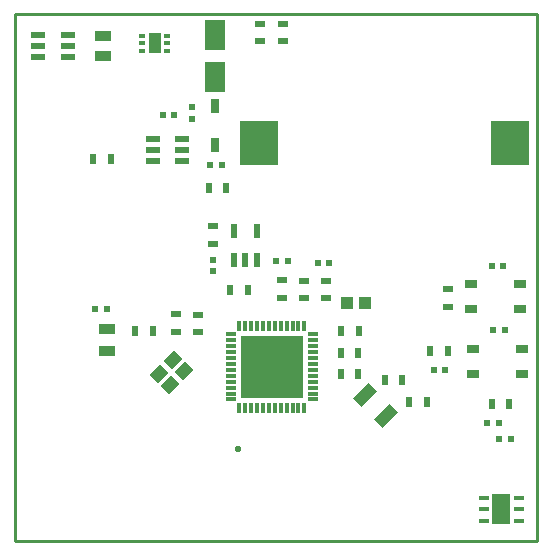
<source format=gtp>
G04*
G04 #@! TF.GenerationSoftware,Altium Limited,Altium Designer,19.1.7 (138)*
G04*
G04 Layer_Color=8421504*
%FSLAX44Y44*%
%MOMM*%
G71*
G01*
G75*
%ADD10C,0.2540*%
%ADD16R,3.2000X3.7500*%
%ADD17R,1.4500X0.9000*%
%ADD18R,1.2000X0.6000*%
%ADD19R,0.6000X1.2000*%
%ADD20R,1.2500X0.6000*%
%ADD21R,1.1000X1.7000*%
%ADD22R,0.6000X0.3500*%
%ADD23R,1.6000X2.5000*%
%ADD24R,0.9000X0.4500*%
%ADD25R,0.7500X1.2500*%
G04:AMPARAMS|DCode=26|XSize=0.46mm|YSize=0.46mm|CornerRadius=0.115mm|HoleSize=0mm|Usage=FLASHONLY|Rotation=180.000|XOffset=0mm|YOffset=0mm|HoleType=Round|Shape=RoundedRectangle|*
%AMROUNDEDRECTD26*
21,1,0.4600,0.2300,0,0,180.0*
21,1,0.2300,0.4600,0,0,180.0*
1,1,0.2300,-0.1150,0.1150*
1,1,0.2300,0.1150,0.1150*
1,1,0.2300,0.1150,-0.1150*
1,1,0.2300,-0.1150,-0.1150*
%
%ADD26ROUNDEDRECTD26*%
%ADD27R,5.2500X5.2500*%
%ADD28R,0.8500X0.3000*%
%ADD29R,0.3000X0.8500*%
%ADD30R,1.0500X0.6500*%
%ADD31R,0.6096X0.9144*%
%ADD32R,1.4000X0.9500*%
G04:AMPARAMS|DCode=33|XSize=1.8mm|YSize=1mm|CornerRadius=0mm|HoleSize=0mm|Usage=FLASHONLY|Rotation=45.000|XOffset=0mm|YOffset=0mm|HoleType=Round|Shape=Rectangle|*
%AMROTATEDRECTD33*
4,1,4,-0.2828,-0.9900,-0.9900,-0.2828,0.2828,0.9900,0.9900,0.2828,-0.2828,-0.9900,0.0*
%
%ADD33ROTATEDRECTD33*%

G04:AMPARAMS|DCode=34|XSize=1.2mm|YSize=1mm|CornerRadius=0mm|HoleSize=0mm|Usage=FLASHONLY|Rotation=45.000|XOffset=0mm|YOffset=0mm|HoleType=Round|Shape=Rectangle|*
%AMROTATEDRECTD34*
4,1,4,-0.0707,-0.7778,-0.7778,-0.0707,0.0707,0.7778,0.7778,0.0707,-0.0707,-0.7778,0.0*
%
%ADD34ROTATEDRECTD34*%

%ADD35R,1.8000X2.6000*%
%ADD36R,1.0000X1.0000*%
%ADD37R,0.6000X0.9000*%
%ADD38R,0.5000X0.6000*%
%ADD39R,0.9000X0.6000*%
%ADD40R,0.6000X0.5000*%
D10*
X-310000Y-79000D02*
X132000D01*
X-310000Y-525000D02*
Y-79000D01*
X132000Y-525000D02*
Y-79000D01*
X-310000Y-525000D02*
X132000D01*
D16*
X109222Y-188214D02*
D03*
X-103378D02*
D03*
D17*
X-235458Y-96910D02*
D03*
Y-113910D02*
D03*
D18*
X-289868Y-96418D02*
D03*
Y-105918D02*
D03*
Y-115418D02*
D03*
X-264868D02*
D03*
Y-105918D02*
D03*
Y-96418D02*
D03*
D19*
X-124054Y-287074D02*
D03*
X-114554D02*
D03*
X-105054D02*
D03*
Y-262074D02*
D03*
X-124054D02*
D03*
D20*
X-168112Y-203115D02*
D03*
Y-193615D02*
D03*
Y-184115D02*
D03*
X-193111D02*
D03*
Y-193615D02*
D03*
Y-203115D02*
D03*
D21*
X-191262Y-103378D02*
D03*
D22*
X-180762Y-96878D02*
D03*
Y-103378D02*
D03*
Y-109878D02*
D03*
X-201762D02*
D03*
Y-103378D02*
D03*
Y-96878D02*
D03*
D23*
X102108Y-498094D02*
D03*
D24*
X116608Y-488094D02*
D03*
Y-498094D02*
D03*
Y-508094D02*
D03*
X87608D02*
D03*
Y-498094D02*
D03*
Y-488094D02*
D03*
D25*
X-140208Y-189474D02*
D03*
Y-156474D02*
D03*
D26*
X-120660Y-447250D02*
D03*
D27*
X-92202Y-377444D02*
D03*
D28*
X-126702Y-404944D02*
D03*
Y-399944D02*
D03*
Y-394944D02*
D03*
Y-389944D02*
D03*
Y-384944D02*
D03*
Y-379944D02*
D03*
Y-374944D02*
D03*
Y-369944D02*
D03*
Y-364944D02*
D03*
Y-359944D02*
D03*
Y-354944D02*
D03*
Y-349944D02*
D03*
X-57702D02*
D03*
Y-354944D02*
D03*
Y-359944D02*
D03*
Y-364944D02*
D03*
Y-369944D02*
D03*
Y-374944D02*
D03*
Y-379944D02*
D03*
Y-384944D02*
D03*
Y-389944D02*
D03*
Y-394944D02*
D03*
Y-399944D02*
D03*
Y-404944D02*
D03*
D29*
X-119702Y-342944D02*
D03*
X-114702D02*
D03*
X-109702D02*
D03*
X-104702D02*
D03*
X-99702D02*
D03*
X-94702D02*
D03*
X-89702D02*
D03*
X-84702D02*
D03*
X-79702D02*
D03*
X-74702D02*
D03*
X-69702D02*
D03*
X-64702D02*
D03*
Y-411944D02*
D03*
X-69702D02*
D03*
X-74702D02*
D03*
X-79702D02*
D03*
X-84702D02*
D03*
X-89702D02*
D03*
X-94702D02*
D03*
X-99702D02*
D03*
X-104702D02*
D03*
X-109702D02*
D03*
X-114702D02*
D03*
X-119702D02*
D03*
D30*
X119810Y-383368D02*
D03*
X78310D02*
D03*
X119810Y-361868D02*
D03*
X78310D02*
D03*
X76786Y-307258D02*
D03*
X118286D02*
D03*
X76786Y-328758D02*
D03*
X118286D02*
D03*
D31*
X-127508Y-311912D02*
D03*
X-112268D02*
D03*
D32*
X-232156Y-364084D02*
D03*
Y-345084D02*
D03*
D33*
X4521Y-418795D02*
D03*
X-13157Y-401117D02*
D03*
D34*
X-187645Y-383430D02*
D03*
X-175624Y-371409D02*
D03*
X-178452Y-392623D02*
D03*
X-166431Y-380602D02*
D03*
D35*
X-140208Y-96300D02*
D03*
Y-132300D02*
D03*
D36*
X-13328Y-323596D02*
D03*
X-28328D02*
D03*
D37*
X93846Y-408940D02*
D03*
X108846D02*
D03*
X3168Y-388112D02*
D03*
X18168D02*
D03*
X23742Y-407162D02*
D03*
X38742D02*
D03*
X56652Y-364112D02*
D03*
X41652D02*
D03*
X-33408Y-347218D02*
D03*
X-18408D02*
D03*
X-33916Y-383286D02*
D03*
X-18916D02*
D03*
X-243466Y-201676D02*
D03*
X-228466D02*
D03*
X-193160Y-346710D02*
D03*
X-208160D02*
D03*
X-33916Y-365252D02*
D03*
X-18916D02*
D03*
X-145676Y-225552D02*
D03*
X-130676D02*
D03*
D38*
X-144446Y-206756D02*
D03*
X-134446D02*
D03*
X99996Y-424688D02*
D03*
X89996D02*
D03*
X100410Y-438150D02*
D03*
X110410D02*
D03*
X-241982Y-328422D02*
D03*
X-231982D02*
D03*
X44784Y-379730D02*
D03*
X54784D02*
D03*
X104822Y-345948D02*
D03*
X94822D02*
D03*
X-43514Y-289814D02*
D03*
X-53514D02*
D03*
X103806Y-291846D02*
D03*
X93806D02*
D03*
X-88566Y-288036D02*
D03*
X-78566D02*
D03*
X-184658Y-163830D02*
D03*
X-174658D02*
D03*
D39*
X-83820Y-319158D02*
D03*
Y-304158D02*
D03*
X-65278Y-319412D02*
D03*
Y-304412D02*
D03*
X-141986Y-273438D02*
D03*
Y-258438D02*
D03*
X-172974Y-347860D02*
D03*
Y-332860D02*
D03*
X-154940Y-348114D02*
D03*
Y-333114D02*
D03*
X-46736Y-319412D02*
D03*
Y-304412D02*
D03*
X56896Y-326270D02*
D03*
Y-311270D02*
D03*
X-82804Y-101734D02*
D03*
Y-86734D02*
D03*
X-102616Y-101734D02*
D03*
Y-86734D02*
D03*
D40*
X-141986Y-286592D02*
D03*
Y-296592D02*
D03*
X-160020Y-157306D02*
D03*
Y-167306D02*
D03*
M02*

</source>
